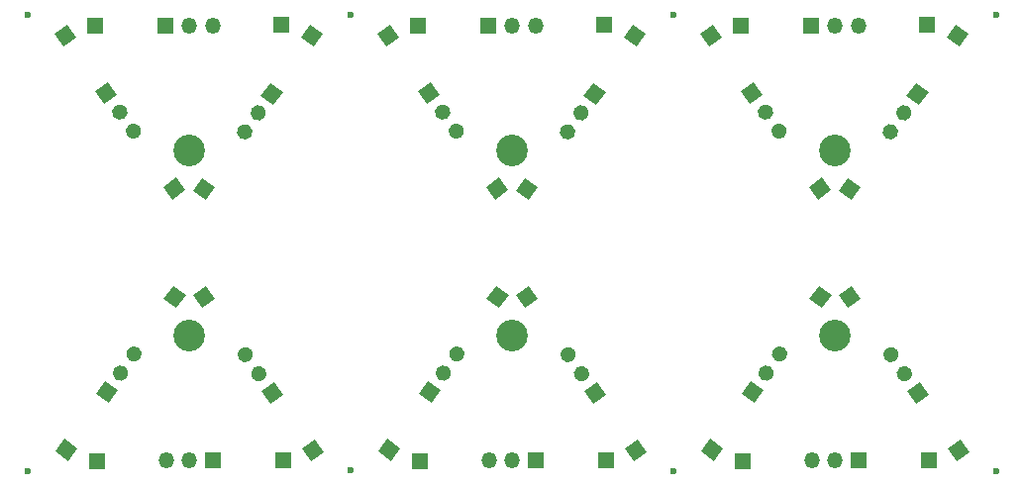
<source format=gbs>
G04 #@! TF.GenerationSoftware,KiCad,Pcbnew,(5.1.12)-1*
G04 #@! TF.CreationDate,2023-06-19T18:47:52+09:00*
G04 #@! TF.ProjectId,LED_Sphere_3V-TypeA-Panelized,4c45445f-5370-4686-9572-655f33562d54,rev?*
G04 #@! TF.SameCoordinates,PX5f5e100PY68e7780*
G04 #@! TF.FileFunction,Soldermask,Bot*
G04 #@! TF.FilePolarity,Negative*
%FSLAX46Y46*%
G04 Gerber Fmt 4.6, Leading zero omitted, Abs format (unit mm)*
G04 Created by KiCad (PCBNEW (5.1.12)-1) date 2023-06-19 18:47:52*
%MOMM*%
%LPD*%
G01*
G04 APERTURE LIST*
%ADD10C,0.600000*%
%ADD11R,1.350000X1.350000*%
%ADD12O,1.350000X1.350000*%
%ADD13C,0.100000*%
%ADD14C,2.700000*%
G04 APERTURE END LIST*
D10*
X-300000Y1110000D03*
X82500000Y1110000D03*
X-300000Y40110000D03*
X82500000Y40110000D03*
X54900000Y1110000D03*
X27300000Y1210000D03*
X27300000Y40110000D03*
X54900000Y40110000D03*
D11*
X5470000Y39200000D03*
X33070000Y39200000D03*
X60670000Y39200000D03*
X76730000Y2020000D03*
X49130000Y2020000D03*
X21360000Y39280000D03*
X48960000Y39280000D03*
X76560000Y39280000D03*
X60840000Y1940000D03*
X33240000Y1940000D03*
D12*
X15490000Y39160000D03*
X13490000Y39160000D03*
D11*
X11490000Y39160000D03*
D12*
X43090000Y39160000D03*
X41090000Y39160000D03*
D11*
X39090000Y39160000D03*
D12*
X70690000Y39160000D03*
X68690000Y39160000D03*
D11*
X66690000Y39160000D03*
D12*
X66710000Y2060000D03*
X68710000Y2060000D03*
D11*
X70710000Y2060000D03*
D12*
X39110000Y2060000D03*
X41110000Y2060000D03*
D11*
X43110000Y2060000D03*
D13*
G36*
X13798774Y25080804D02*
G01*
X14580804Y26181226D01*
X15681226Y25399196D01*
X14899196Y24298774D01*
X13798774Y25080804D01*
G37*
G36*
X41398774Y25080804D02*
G01*
X42180804Y26181226D01*
X43281226Y25399196D01*
X42499196Y24298774D01*
X41398774Y25080804D01*
G37*
G36*
X68998774Y25080804D02*
G01*
X69780804Y26181226D01*
X70881226Y25399196D01*
X70099196Y24298774D01*
X68998774Y25080804D01*
G37*
G36*
X68401226Y16139196D02*
G01*
X67619196Y15038774D01*
X66518774Y15820804D01*
X67300804Y16921226D01*
X68401226Y16139196D01*
G37*
G36*
X40801226Y16139196D02*
G01*
X40019196Y15038774D01*
X38918774Y15820804D01*
X39700804Y16921226D01*
X40801226Y16139196D01*
G37*
G36*
X12060804Y24318774D02*
G01*
X11278774Y25419196D01*
X12379196Y26201226D01*
X13161226Y25100804D01*
X12060804Y24318774D01*
G37*
G36*
X39660804Y24318774D02*
G01*
X38878774Y25419196D01*
X39979196Y26201226D01*
X40761226Y25100804D01*
X39660804Y24318774D01*
G37*
G36*
X67260804Y24318774D02*
G01*
X66478774Y25419196D01*
X67579196Y26201226D01*
X68361226Y25100804D01*
X67260804Y24318774D01*
G37*
G36*
X70139196Y16901226D02*
G01*
X70921226Y15800804D01*
X69820804Y15018774D01*
X69038774Y16119196D01*
X70139196Y16901226D01*
G37*
G36*
X42539196Y16901226D02*
G01*
X43321226Y15800804D01*
X42220804Y15018774D01*
X41438774Y16119196D01*
X42539196Y16901226D01*
G37*
G36*
G01*
X17681226Y30500760D02*
X17681226Y30500760D01*
G75*
G02*
X18622452Y30659956I550211J-391015D01*
G01*
X18622452Y30659956D01*
G75*
G02*
X18781648Y29718730I-391015J-550211D01*
G01*
X18781648Y29718730D01*
G75*
G02*
X17840422Y29559534I-550211J391015D01*
G01*
X17840422Y29559534D01*
G75*
G02*
X17681226Y30500760I391015J550211D01*
G01*
G37*
G36*
G01*
X18839789Y32131015D02*
X18839789Y32131015D01*
G75*
G02*
X19781015Y32290211I550211J-391015D01*
G01*
X19781015Y32290211D01*
G75*
G02*
X19940211Y31348985I-391015J-550211D01*
G01*
X19940211Y31348985D01*
G75*
G02*
X18998985Y31189789I-550211J391015D01*
G01*
X18998985Y31189789D01*
G75*
G02*
X18839789Y32131015I391015J550211D01*
G01*
G37*
G36*
X19607336Y33211060D02*
G01*
X20389366Y34311482D01*
X21489788Y33529452D01*
X20707758Y32429030D01*
X19607336Y33211060D01*
G37*
G36*
G01*
X45281226Y30500760D02*
X45281226Y30500760D01*
G75*
G02*
X46222452Y30659956I550211J-391015D01*
G01*
X46222452Y30659956D01*
G75*
G02*
X46381648Y29718730I-391015J-550211D01*
G01*
X46381648Y29718730D01*
G75*
G02*
X45440422Y29559534I-550211J391015D01*
G01*
X45440422Y29559534D01*
G75*
G02*
X45281226Y30500760I391015J550211D01*
G01*
G37*
G36*
G01*
X46439789Y32131015D02*
X46439789Y32131015D01*
G75*
G02*
X47381015Y32290211I550211J-391015D01*
G01*
X47381015Y32290211D01*
G75*
G02*
X47540211Y31348985I-391015J-550211D01*
G01*
X47540211Y31348985D01*
G75*
G02*
X46598985Y31189789I-550211J391015D01*
G01*
X46598985Y31189789D01*
G75*
G02*
X46439789Y32131015I391015J550211D01*
G01*
G37*
G36*
X47207336Y33211060D02*
G01*
X47989366Y34311482D01*
X49089788Y33529452D01*
X48307758Y32429030D01*
X47207336Y33211060D01*
G37*
G36*
G01*
X72881226Y30500760D02*
X72881226Y30500760D01*
G75*
G02*
X73822452Y30659956I550211J-391015D01*
G01*
X73822452Y30659956D01*
G75*
G02*
X73981648Y29718730I-391015J-550211D01*
G01*
X73981648Y29718730D01*
G75*
G02*
X73040422Y29559534I-550211J391015D01*
G01*
X73040422Y29559534D01*
G75*
G02*
X72881226Y30500760I391015J550211D01*
G01*
G37*
G36*
G01*
X74039789Y32131015D02*
X74039789Y32131015D01*
G75*
G02*
X74981015Y32290211I550211J-391015D01*
G01*
X74981015Y32290211D01*
G75*
G02*
X75140211Y31348985I-391015J-550211D01*
G01*
X75140211Y31348985D01*
G75*
G02*
X74198985Y31189789I-550211J391015D01*
G01*
X74198985Y31189789D01*
G75*
G02*
X74039789Y32131015I391015J550211D01*
G01*
G37*
G36*
X74807336Y33211060D02*
G01*
X75589366Y34311482D01*
X76689788Y33529452D01*
X75907758Y32429030D01*
X74807336Y33211060D01*
G37*
G36*
G01*
X64518774Y10719240D02*
X64518774Y10719240D01*
G75*
G02*
X63577548Y10560044I-550211J391015D01*
G01*
X63577548Y10560044D01*
G75*
G02*
X63418352Y11501270I391015J550211D01*
G01*
X63418352Y11501270D01*
G75*
G02*
X64359578Y11660466I550211J-391015D01*
G01*
X64359578Y11660466D01*
G75*
G02*
X64518774Y10719240I-391015J-550211D01*
G01*
G37*
G36*
G01*
X63360211Y9088985D02*
X63360211Y9088985D01*
G75*
G02*
X62418985Y8929789I-550211J391015D01*
G01*
X62418985Y8929789D01*
G75*
G02*
X62259789Y9871015I391015J550211D01*
G01*
X62259789Y9871015D01*
G75*
G02*
X63201015Y10030211I550211J-391015D01*
G01*
X63201015Y10030211D01*
G75*
G02*
X63360211Y9088985I-391015J-550211D01*
G01*
G37*
G36*
X62592664Y8008940D02*
G01*
X61810634Y6908518D01*
X60710212Y7690548D01*
X61492242Y8790970D01*
X62592664Y8008940D01*
G37*
G36*
G01*
X36918774Y10719240D02*
X36918774Y10719240D01*
G75*
G02*
X35977548Y10560044I-550211J391015D01*
G01*
X35977548Y10560044D01*
G75*
G02*
X35818352Y11501270I391015J550211D01*
G01*
X35818352Y11501270D01*
G75*
G02*
X36759578Y11660466I550211J-391015D01*
G01*
X36759578Y11660466D01*
G75*
G02*
X36918774Y10719240I-391015J-550211D01*
G01*
G37*
G36*
G01*
X35760211Y9088985D02*
X35760211Y9088985D01*
G75*
G02*
X34818985Y8929789I-550211J391015D01*
G01*
X34818985Y8929789D01*
G75*
G02*
X34659789Y9871015I391015J550211D01*
G01*
X34659789Y9871015D01*
G75*
G02*
X35601015Y10030211I550211J-391015D01*
G01*
X35601015Y10030211D01*
G75*
G02*
X35760211Y9088985I-391015J-550211D01*
G01*
G37*
G36*
X34992664Y8008940D02*
G01*
X34210634Y6908518D01*
X33110212Y7690548D01*
X33892242Y8790970D01*
X34992664Y8008940D01*
G37*
G36*
X23048774Y38160804D02*
G01*
X23830804Y39261226D01*
X24931226Y38479196D01*
X24149196Y37378774D01*
X23048774Y38160804D01*
G37*
G36*
X50648774Y38160804D02*
G01*
X51430804Y39261226D01*
X52531226Y38479196D01*
X51749196Y37378774D01*
X50648774Y38160804D01*
G37*
G36*
X78248774Y38160804D02*
G01*
X79030804Y39261226D01*
X80131226Y38479196D01*
X79349196Y37378774D01*
X78248774Y38160804D01*
G37*
G36*
X59151226Y3059196D02*
G01*
X58369196Y1958774D01*
X57268774Y2740804D01*
X58050804Y3841226D01*
X59151226Y3059196D01*
G37*
G36*
X31551226Y3059196D02*
G01*
X30769196Y1958774D01*
X29668774Y2740804D01*
X30450804Y3841226D01*
X31551226Y3059196D01*
G37*
D14*
X13500000Y28510000D03*
X41100000Y28510000D03*
X68700000Y28510000D03*
X68700000Y12710000D03*
X41100000Y12710000D03*
D13*
G36*
X2740804Y37388774D02*
G01*
X1958774Y38489196D01*
X3059196Y39271226D01*
X3841226Y38170804D01*
X2740804Y37388774D01*
G37*
G36*
X30340804Y37388774D02*
G01*
X29558774Y38489196D01*
X30659196Y39271226D01*
X31441226Y38170804D01*
X30340804Y37388774D01*
G37*
G36*
X57940804Y37388774D02*
G01*
X57158774Y38489196D01*
X58259196Y39271226D01*
X59041226Y38170804D01*
X57940804Y37388774D01*
G37*
G36*
X79459196Y3831226D02*
G01*
X80241226Y2730804D01*
X79140804Y1948774D01*
X78358774Y3049196D01*
X79459196Y3831226D01*
G37*
G36*
X51859196Y3831226D02*
G01*
X52641226Y2730804D01*
X51540804Y1948774D01*
X50758774Y3049196D01*
X51859196Y3831226D01*
G37*
G36*
X6242242Y32489030D02*
G01*
X5460212Y33589452D01*
X6560634Y34371482D01*
X7342664Y33271060D01*
X6242242Y32489030D01*
G37*
G36*
G01*
X7009789Y31408985D02*
X7009789Y31408985D01*
G75*
G02*
X7168985Y32350211I550211J391015D01*
G01*
X7168985Y32350211D01*
G75*
G02*
X8110211Y32191015I391015J-550211D01*
G01*
X8110211Y32191015D01*
G75*
G02*
X7951015Y31249789I-550211J-391015D01*
G01*
X7951015Y31249789D01*
G75*
G02*
X7009789Y31408985I-391015J550211D01*
G01*
G37*
G36*
G01*
X8168352Y29778730D02*
X8168352Y29778730D01*
G75*
G02*
X8327548Y30719956I550211J391015D01*
G01*
X8327548Y30719956D01*
G75*
G02*
X9268774Y30560760I391015J-550211D01*
G01*
X9268774Y30560760D01*
G75*
G02*
X9109578Y29619534I-550211J-391015D01*
G01*
X9109578Y29619534D01*
G75*
G02*
X8168352Y29778730I-391015J550211D01*
G01*
G37*
G36*
X33842242Y32489030D02*
G01*
X33060212Y33589452D01*
X34160634Y34371482D01*
X34942664Y33271060D01*
X33842242Y32489030D01*
G37*
G36*
G01*
X34609789Y31408985D02*
X34609789Y31408985D01*
G75*
G02*
X34768985Y32350211I550211J391015D01*
G01*
X34768985Y32350211D01*
G75*
G02*
X35710211Y32191015I391015J-550211D01*
G01*
X35710211Y32191015D01*
G75*
G02*
X35551015Y31249789I-550211J-391015D01*
G01*
X35551015Y31249789D01*
G75*
G02*
X34609789Y31408985I-391015J550211D01*
G01*
G37*
G36*
G01*
X35768352Y29778730D02*
X35768352Y29778730D01*
G75*
G02*
X35927548Y30719956I550211J391015D01*
G01*
X35927548Y30719956D01*
G75*
G02*
X36868774Y30560760I391015J-550211D01*
G01*
X36868774Y30560760D01*
G75*
G02*
X36709578Y29619534I-550211J-391015D01*
G01*
X36709578Y29619534D01*
G75*
G02*
X35768352Y29778730I-391015J550211D01*
G01*
G37*
G36*
X61442242Y32489030D02*
G01*
X60660212Y33589452D01*
X61760634Y34371482D01*
X62542664Y33271060D01*
X61442242Y32489030D01*
G37*
G36*
G01*
X62209789Y31408985D02*
X62209789Y31408985D01*
G75*
G02*
X62368985Y32350211I550211J391015D01*
G01*
X62368985Y32350211D01*
G75*
G02*
X63310211Y32191015I391015J-550211D01*
G01*
X63310211Y32191015D01*
G75*
G02*
X63151015Y31249789I-550211J-391015D01*
G01*
X63151015Y31249789D01*
G75*
G02*
X62209789Y31408985I-391015J550211D01*
G01*
G37*
G36*
G01*
X63368352Y29778730D02*
X63368352Y29778730D01*
G75*
G02*
X63527548Y30719956I550211J391015D01*
G01*
X63527548Y30719956D01*
G75*
G02*
X64468774Y30560760I391015J-550211D01*
G01*
X64468774Y30560760D01*
G75*
G02*
X64309578Y29619534I-550211J-391015D01*
G01*
X64309578Y29619534D01*
G75*
G02*
X63368352Y29778730I-391015J550211D01*
G01*
G37*
G36*
X75957758Y8730970D02*
G01*
X76739788Y7630548D01*
X75639366Y6848518D01*
X74857336Y7948940D01*
X75957758Y8730970D01*
G37*
G36*
G01*
X75190211Y9811015D02*
X75190211Y9811015D01*
G75*
G02*
X75031015Y8869789I-550211J-391015D01*
G01*
X75031015Y8869789D01*
G75*
G02*
X74089789Y9028985I-391015J550211D01*
G01*
X74089789Y9028985D01*
G75*
G02*
X74248985Y9970211I550211J391015D01*
G01*
X74248985Y9970211D01*
G75*
G02*
X75190211Y9811015I391015J-550211D01*
G01*
G37*
G36*
G01*
X74031648Y11441270D02*
X74031648Y11441270D01*
G75*
G02*
X73872452Y10500044I-550211J-391015D01*
G01*
X73872452Y10500044D01*
G75*
G02*
X72931226Y10659240I-391015J550211D01*
G01*
X72931226Y10659240D01*
G75*
G02*
X73090422Y11600466I550211J391015D01*
G01*
X73090422Y11600466D01*
G75*
G02*
X74031648Y11441270I391015J-550211D01*
G01*
G37*
G36*
X48357758Y8730970D02*
G01*
X49139788Y7630548D01*
X48039366Y6848518D01*
X47257336Y7948940D01*
X48357758Y8730970D01*
G37*
G36*
G01*
X47590211Y9811015D02*
X47590211Y9811015D01*
G75*
G02*
X47431015Y8869789I-550211J-391015D01*
G01*
X47431015Y8869789D01*
G75*
G02*
X46489789Y9028985I-391015J550211D01*
G01*
X46489789Y9028985D01*
G75*
G02*
X46648985Y9970211I550211J391015D01*
G01*
X46648985Y9970211D01*
G75*
G02*
X47590211Y9811015I391015J-550211D01*
G01*
G37*
G36*
G01*
X46431648Y11441270D02*
X46431648Y11441270D01*
G75*
G02*
X46272452Y10500044I-550211J-391015D01*
G01*
X46272452Y10500044D01*
G75*
G02*
X45331226Y10659240I-391015J550211D01*
G01*
X45331226Y10659240D01*
G75*
G02*
X45490422Y11600466I550211J391015D01*
G01*
X45490422Y11600466D01*
G75*
G02*
X46431648Y11441270I391015J-550211D01*
G01*
G37*
D14*
X13500000Y12710000D03*
D13*
G36*
X3951226Y3059196D02*
G01*
X3169196Y1958774D01*
X2068774Y2740804D01*
X2850804Y3841226D01*
X3951226Y3059196D01*
G37*
G36*
X7392664Y8008940D02*
G01*
X6610634Y6908518D01*
X5510212Y7690548D01*
X6292242Y8790970D01*
X7392664Y8008940D01*
G37*
G36*
G01*
X8160211Y9088985D02*
X8160211Y9088985D01*
G75*
G02*
X7218985Y8929789I-550211J391015D01*
G01*
X7218985Y8929789D01*
G75*
G02*
X7059789Y9871015I391015J550211D01*
G01*
X7059789Y9871015D01*
G75*
G02*
X8001015Y10030211I550211J-391015D01*
G01*
X8001015Y10030211D01*
G75*
G02*
X8160211Y9088985I-391015J-550211D01*
G01*
G37*
G36*
G01*
X9318774Y10719240D02*
X9318774Y10719240D01*
G75*
G02*
X8377548Y10560044I-550211J391015D01*
G01*
X8377548Y10560044D01*
G75*
G02*
X8218352Y11501270I391015J550211D01*
G01*
X8218352Y11501270D01*
G75*
G02*
X9159578Y11660466I550211J-391015D01*
G01*
X9159578Y11660466D01*
G75*
G02*
X9318774Y10719240I-391015J-550211D01*
G01*
G37*
G36*
X13201226Y16139196D02*
G01*
X12419196Y15038774D01*
X11318774Y15820804D01*
X12100804Y16921226D01*
X13201226Y16139196D01*
G37*
G36*
X14939196Y16901226D02*
G01*
X15721226Y15800804D01*
X14620804Y15018774D01*
X13838774Y16119196D01*
X14939196Y16901226D01*
G37*
G36*
G01*
X18831648Y11441270D02*
X18831648Y11441270D01*
G75*
G02*
X18672452Y10500044I-550211J-391015D01*
G01*
X18672452Y10500044D01*
G75*
G02*
X17731226Y10659240I-391015J550211D01*
G01*
X17731226Y10659240D01*
G75*
G02*
X17890422Y11600466I550211J391015D01*
G01*
X17890422Y11600466D01*
G75*
G02*
X18831648Y11441270I391015J-550211D01*
G01*
G37*
G36*
G01*
X19990211Y9811015D02*
X19990211Y9811015D01*
G75*
G02*
X19831015Y8869789I-550211J-391015D01*
G01*
X19831015Y8869789D01*
G75*
G02*
X18889789Y9028985I-391015J550211D01*
G01*
X18889789Y9028985D01*
G75*
G02*
X19048985Y9970211I550211J391015D01*
G01*
X19048985Y9970211D01*
G75*
G02*
X19990211Y9811015I391015J-550211D01*
G01*
G37*
G36*
X20757758Y8730970D02*
G01*
X21539788Y7630548D01*
X20439366Y6848518D01*
X19657336Y7948940D01*
X20757758Y8730970D01*
G37*
G36*
X24259196Y3831226D02*
G01*
X25041226Y2730804D01*
X23940804Y1948774D01*
X23158774Y3049196D01*
X24259196Y3831226D01*
G37*
D11*
X21530000Y2020000D03*
X15510000Y2060000D03*
D12*
X13510000Y2060000D03*
X11510000Y2060000D03*
D11*
X5640000Y1940000D03*
M02*

</source>
